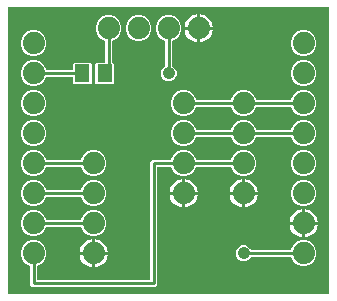
<source format=gbr>
G04 EAGLE Gerber X2 export*
%TF.Part,Single*%
%TF.FileFunction,Copper,L1,Top,Mixed*%
%TF.FilePolarity,Positive*%
%TF.GenerationSoftware,Autodesk,EAGLE,9.1.1*%
%TF.CreationDate,2018-08-03T17:53:41Z*%
G75*
%MOMM*%
%FSLAX34Y34*%
%LPD*%
%AMOC8*
5,1,8,0,0,1.08239X$1,22.5*%
G01*
%ADD10C,1.879600*%
%ADD11R,1.300000X1.500000*%
%ADD12C,0.254000*%
%ADD13C,1.050000*%

G36*
X274648Y3814D02*
X274648Y3814D01*
X274667Y3812D01*
X274769Y3834D01*
X274871Y3850D01*
X274888Y3860D01*
X274908Y3864D01*
X274997Y3917D01*
X275088Y3966D01*
X275102Y3980D01*
X275119Y3990D01*
X275186Y4069D01*
X275258Y4144D01*
X275266Y4162D01*
X275279Y4177D01*
X275318Y4273D01*
X275361Y4367D01*
X275363Y4387D01*
X275371Y4405D01*
X275389Y4572D01*
X275389Y246128D01*
X275386Y246148D01*
X275388Y246167D01*
X275366Y246269D01*
X275350Y246371D01*
X275340Y246388D01*
X275336Y246408D01*
X275283Y246497D01*
X275234Y246588D01*
X275220Y246602D01*
X275210Y246619D01*
X275131Y246686D01*
X275056Y246758D01*
X275038Y246766D01*
X275023Y246779D01*
X274927Y246818D01*
X274833Y246861D01*
X274813Y246863D01*
X274795Y246871D01*
X274628Y246889D01*
X4572Y246889D01*
X4552Y246886D01*
X4533Y246888D01*
X4431Y246866D01*
X4329Y246850D01*
X4312Y246840D01*
X4292Y246836D01*
X4203Y246783D01*
X4112Y246734D01*
X4098Y246720D01*
X4081Y246710D01*
X4014Y246631D01*
X3942Y246556D01*
X3934Y246538D01*
X3921Y246523D01*
X3882Y246427D01*
X3839Y246333D01*
X3837Y246313D01*
X3829Y246295D01*
X3811Y246128D01*
X3811Y4572D01*
X3814Y4552D01*
X3812Y4533D01*
X3834Y4431D01*
X3850Y4329D01*
X3860Y4312D01*
X3864Y4292D01*
X3917Y4203D01*
X3966Y4112D01*
X3980Y4098D01*
X3990Y4081D01*
X4069Y4014D01*
X4144Y3942D01*
X4162Y3934D01*
X4177Y3921D01*
X4273Y3882D01*
X4367Y3839D01*
X4387Y3837D01*
X4405Y3829D01*
X4572Y3811D01*
X274628Y3811D01*
X274648Y3814D01*
G37*
%LPC*%
G36*
X24242Y9905D02*
X24242Y9905D01*
X22605Y11542D01*
X22605Y26926D01*
X22586Y27041D01*
X22569Y27157D01*
X22567Y27163D01*
X22566Y27169D01*
X22511Y27272D01*
X22458Y27376D01*
X22453Y27381D01*
X22450Y27386D01*
X22366Y27466D01*
X22282Y27549D01*
X22276Y27552D01*
X22272Y27556D01*
X22255Y27564D01*
X22135Y27630D01*
X19213Y28840D01*
X16140Y31913D01*
X14477Y35927D01*
X14477Y40273D01*
X16140Y44287D01*
X19213Y47360D01*
X23227Y49023D01*
X27573Y49023D01*
X31587Y47360D01*
X34660Y44287D01*
X36323Y40273D01*
X36323Y35927D01*
X34660Y31913D01*
X31587Y28840D01*
X28665Y27630D01*
X28565Y27568D01*
X28465Y27508D01*
X28461Y27503D01*
X28456Y27500D01*
X28381Y27409D01*
X28305Y27321D01*
X28303Y27315D01*
X28299Y27311D01*
X28257Y27202D01*
X28213Y27093D01*
X28212Y27085D01*
X28211Y27081D01*
X28210Y27063D01*
X28195Y26926D01*
X28195Y16256D01*
X28198Y16236D01*
X28196Y16217D01*
X28218Y16115D01*
X28234Y16013D01*
X28244Y15996D01*
X28248Y15976D01*
X28301Y15887D01*
X28350Y15796D01*
X28364Y15782D01*
X28374Y15765D01*
X28453Y15698D01*
X28528Y15626D01*
X28546Y15618D01*
X28561Y15605D01*
X28657Y15566D01*
X28751Y15523D01*
X28771Y15521D01*
X28789Y15513D01*
X28956Y15495D01*
X123444Y15495D01*
X123464Y15498D01*
X123483Y15496D01*
X123585Y15518D01*
X123687Y15534D01*
X123704Y15544D01*
X123724Y15548D01*
X123813Y15601D01*
X123904Y15650D01*
X123918Y15664D01*
X123935Y15674D01*
X124002Y15753D01*
X124074Y15828D01*
X124082Y15846D01*
X124095Y15861D01*
X124134Y15957D01*
X124177Y16051D01*
X124179Y16071D01*
X124187Y16089D01*
X124205Y16256D01*
X124205Y115458D01*
X125842Y117095D01*
X141226Y117095D01*
X141341Y117114D01*
X141457Y117131D01*
X141463Y117133D01*
X141469Y117134D01*
X141572Y117189D01*
X141676Y117242D01*
X141681Y117247D01*
X141686Y117250D01*
X141766Y117334D01*
X141849Y117418D01*
X141852Y117424D01*
X141856Y117428D01*
X141864Y117445D01*
X141930Y117565D01*
X143140Y120487D01*
X146213Y123560D01*
X150227Y125223D01*
X154573Y125223D01*
X158587Y123560D01*
X161660Y120487D01*
X162870Y117565D01*
X162932Y117465D01*
X162992Y117365D01*
X162997Y117361D01*
X163000Y117356D01*
X163090Y117281D01*
X163179Y117205D01*
X163185Y117203D01*
X163189Y117199D01*
X163298Y117157D01*
X163407Y117113D01*
X163415Y117112D01*
X163419Y117111D01*
X163437Y117110D01*
X163574Y117095D01*
X192026Y117095D01*
X192141Y117114D01*
X192257Y117131D01*
X192263Y117133D01*
X192269Y117134D01*
X192372Y117189D01*
X192476Y117242D01*
X192481Y117247D01*
X192486Y117250D01*
X192566Y117334D01*
X192649Y117418D01*
X192652Y117424D01*
X192656Y117428D01*
X192664Y117445D01*
X192730Y117565D01*
X193940Y120487D01*
X197013Y123560D01*
X201027Y125223D01*
X205373Y125223D01*
X209387Y123560D01*
X212460Y120487D01*
X214123Y116473D01*
X214123Y112127D01*
X212460Y108113D01*
X209387Y105040D01*
X205373Y103377D01*
X201027Y103377D01*
X197013Y105040D01*
X193940Y108113D01*
X192730Y111035D01*
X192668Y111135D01*
X192608Y111235D01*
X192603Y111239D01*
X192600Y111244D01*
X192510Y111319D01*
X192421Y111395D01*
X192415Y111397D01*
X192411Y111401D01*
X192302Y111443D01*
X192193Y111487D01*
X192185Y111488D01*
X192181Y111489D01*
X192163Y111490D01*
X192026Y111505D01*
X163574Y111505D01*
X163459Y111486D01*
X163343Y111469D01*
X163337Y111467D01*
X163331Y111466D01*
X163228Y111411D01*
X163124Y111358D01*
X163119Y111353D01*
X163114Y111350D01*
X163034Y111266D01*
X162951Y111182D01*
X162948Y111176D01*
X162944Y111172D01*
X162936Y111155D01*
X162870Y111035D01*
X161660Y108113D01*
X158587Y105040D01*
X154573Y103377D01*
X150227Y103377D01*
X146213Y105040D01*
X143140Y108113D01*
X141930Y111035D01*
X141868Y111135D01*
X141808Y111235D01*
X141803Y111239D01*
X141800Y111244D01*
X141710Y111319D01*
X141621Y111395D01*
X141615Y111397D01*
X141611Y111401D01*
X141502Y111443D01*
X141393Y111487D01*
X141385Y111488D01*
X141381Y111489D01*
X141363Y111490D01*
X141226Y111505D01*
X130556Y111505D01*
X130536Y111502D01*
X130517Y111504D01*
X130415Y111482D01*
X130313Y111466D01*
X130296Y111456D01*
X130276Y111452D01*
X130187Y111399D01*
X130096Y111350D01*
X130082Y111336D01*
X130065Y111326D01*
X129998Y111247D01*
X129926Y111172D01*
X129918Y111154D01*
X129905Y111139D01*
X129866Y111043D01*
X129823Y110949D01*
X129821Y110929D01*
X129813Y110911D01*
X129795Y110744D01*
X129795Y11542D01*
X128158Y9905D01*
X24242Y9905D01*
G37*
%LPD*%
%LPC*%
G36*
X150227Y154177D02*
X150227Y154177D01*
X146213Y155840D01*
X143140Y158913D01*
X141477Y162927D01*
X141477Y167273D01*
X143140Y171287D01*
X146213Y174360D01*
X150227Y176023D01*
X154573Y176023D01*
X158587Y174360D01*
X161660Y171287D01*
X162870Y168365D01*
X162932Y168265D01*
X162992Y168165D01*
X162997Y168161D01*
X163000Y168156D01*
X163090Y168081D01*
X163179Y168005D01*
X163185Y168003D01*
X163189Y167999D01*
X163298Y167957D01*
X163407Y167913D01*
X163415Y167912D01*
X163419Y167911D01*
X163437Y167910D01*
X163574Y167895D01*
X192026Y167895D01*
X192141Y167914D01*
X192257Y167931D01*
X192263Y167933D01*
X192269Y167934D01*
X192372Y167989D01*
X192476Y168042D01*
X192481Y168047D01*
X192486Y168050D01*
X192566Y168134D01*
X192649Y168218D01*
X192652Y168224D01*
X192656Y168228D01*
X192664Y168245D01*
X192730Y168365D01*
X193940Y171287D01*
X197013Y174360D01*
X201027Y176023D01*
X205373Y176023D01*
X209387Y174360D01*
X212460Y171287D01*
X213670Y168365D01*
X213732Y168265D01*
X213792Y168165D01*
X213797Y168161D01*
X213800Y168156D01*
X213890Y168081D01*
X213979Y168005D01*
X213985Y168003D01*
X213989Y167999D01*
X214098Y167957D01*
X214207Y167913D01*
X214215Y167912D01*
X214219Y167911D01*
X214237Y167910D01*
X214374Y167895D01*
X242826Y167895D01*
X242941Y167914D01*
X243057Y167931D01*
X243063Y167933D01*
X243069Y167934D01*
X243172Y167989D01*
X243276Y168042D01*
X243281Y168047D01*
X243286Y168050D01*
X243366Y168134D01*
X243449Y168218D01*
X243452Y168224D01*
X243456Y168228D01*
X243464Y168245D01*
X243530Y168365D01*
X244740Y171287D01*
X247813Y174360D01*
X251827Y176023D01*
X256173Y176023D01*
X260187Y174360D01*
X263260Y171287D01*
X264923Y167273D01*
X264923Y162927D01*
X263260Y158913D01*
X260187Y155840D01*
X256173Y154177D01*
X251827Y154177D01*
X247813Y155840D01*
X244740Y158913D01*
X243530Y161835D01*
X243468Y161935D01*
X243408Y162035D01*
X243403Y162039D01*
X243400Y162044D01*
X243310Y162119D01*
X243221Y162195D01*
X243215Y162197D01*
X243211Y162201D01*
X243102Y162243D01*
X242993Y162287D01*
X242985Y162288D01*
X242981Y162289D01*
X242963Y162290D01*
X242826Y162305D01*
X214374Y162305D01*
X214259Y162286D01*
X214143Y162269D01*
X214137Y162267D01*
X214131Y162266D01*
X214028Y162211D01*
X213924Y162158D01*
X213919Y162153D01*
X213914Y162150D01*
X213834Y162066D01*
X213751Y161982D01*
X213748Y161976D01*
X213744Y161972D01*
X213736Y161955D01*
X213670Y161835D01*
X212460Y158913D01*
X209387Y155840D01*
X205373Y154177D01*
X201027Y154177D01*
X197013Y155840D01*
X193940Y158913D01*
X192730Y161835D01*
X192668Y161935D01*
X192608Y162035D01*
X192603Y162039D01*
X192600Y162044D01*
X192510Y162119D01*
X192421Y162195D01*
X192415Y162197D01*
X192411Y162201D01*
X192302Y162243D01*
X192193Y162287D01*
X192185Y162288D01*
X192181Y162289D01*
X192163Y162290D01*
X192026Y162305D01*
X163574Y162305D01*
X163459Y162286D01*
X163343Y162269D01*
X163337Y162267D01*
X163331Y162266D01*
X163228Y162211D01*
X163124Y162158D01*
X163119Y162153D01*
X163114Y162150D01*
X163034Y162066D01*
X162951Y161982D01*
X162948Y161976D01*
X162944Y161972D01*
X162936Y161955D01*
X162870Y161835D01*
X161660Y158913D01*
X158587Y155840D01*
X154573Y154177D01*
X150227Y154177D01*
G37*
%LPD*%
%LPC*%
G36*
X150227Y128777D02*
X150227Y128777D01*
X146213Y130440D01*
X143140Y133513D01*
X141477Y137527D01*
X141477Y141873D01*
X143140Y145887D01*
X146213Y148960D01*
X150227Y150623D01*
X154573Y150623D01*
X158587Y148960D01*
X161660Y145887D01*
X162870Y142965D01*
X162932Y142865D01*
X162992Y142765D01*
X162997Y142761D01*
X163000Y142756D01*
X163090Y142681D01*
X163179Y142605D01*
X163185Y142603D01*
X163189Y142599D01*
X163298Y142557D01*
X163407Y142513D01*
X163415Y142512D01*
X163419Y142511D01*
X163437Y142510D01*
X163574Y142495D01*
X192026Y142495D01*
X192141Y142514D01*
X192257Y142531D01*
X192263Y142533D01*
X192269Y142534D01*
X192372Y142589D01*
X192476Y142642D01*
X192481Y142647D01*
X192486Y142650D01*
X192566Y142734D01*
X192649Y142818D01*
X192652Y142824D01*
X192656Y142828D01*
X192664Y142845D01*
X192730Y142965D01*
X193940Y145887D01*
X197013Y148960D01*
X201027Y150623D01*
X205373Y150623D01*
X209387Y148960D01*
X212460Y145887D01*
X213670Y142965D01*
X213732Y142865D01*
X213792Y142765D01*
X213797Y142761D01*
X213800Y142756D01*
X213890Y142681D01*
X213979Y142605D01*
X213985Y142603D01*
X213989Y142599D01*
X214098Y142557D01*
X214207Y142513D01*
X214215Y142512D01*
X214219Y142511D01*
X214237Y142510D01*
X214374Y142495D01*
X242826Y142495D01*
X242941Y142514D01*
X243057Y142531D01*
X243063Y142533D01*
X243069Y142534D01*
X243172Y142589D01*
X243276Y142642D01*
X243281Y142647D01*
X243286Y142650D01*
X243366Y142734D01*
X243449Y142818D01*
X243452Y142824D01*
X243456Y142828D01*
X243464Y142845D01*
X243530Y142965D01*
X244740Y145887D01*
X247813Y148960D01*
X251827Y150623D01*
X256173Y150623D01*
X260187Y148960D01*
X263260Y145887D01*
X264923Y141873D01*
X264923Y137527D01*
X263260Y133513D01*
X260187Y130440D01*
X256173Y128777D01*
X251827Y128777D01*
X247813Y130440D01*
X244740Y133513D01*
X243530Y136435D01*
X243468Y136535D01*
X243408Y136635D01*
X243403Y136639D01*
X243400Y136644D01*
X243310Y136719D01*
X243221Y136795D01*
X243215Y136797D01*
X243211Y136801D01*
X243102Y136843D01*
X242993Y136887D01*
X242985Y136888D01*
X242981Y136889D01*
X242963Y136890D01*
X242826Y136905D01*
X214374Y136905D01*
X214259Y136886D01*
X214143Y136869D01*
X214137Y136867D01*
X214131Y136866D01*
X214028Y136811D01*
X213924Y136758D01*
X213919Y136753D01*
X213914Y136750D01*
X213834Y136666D01*
X213751Y136582D01*
X213748Y136576D01*
X213744Y136572D01*
X213736Y136555D01*
X213670Y136435D01*
X212460Y133513D01*
X209387Y130440D01*
X205373Y128777D01*
X201027Y128777D01*
X197013Y130440D01*
X193940Y133513D01*
X192730Y136435D01*
X192668Y136535D01*
X192608Y136635D01*
X192603Y136639D01*
X192600Y136644D01*
X192510Y136719D01*
X192421Y136795D01*
X192415Y136797D01*
X192411Y136801D01*
X192302Y136843D01*
X192193Y136887D01*
X192185Y136888D01*
X192181Y136889D01*
X192163Y136890D01*
X192026Y136905D01*
X163574Y136905D01*
X163459Y136886D01*
X163343Y136869D01*
X163337Y136867D01*
X163331Y136866D01*
X163228Y136811D01*
X163124Y136758D01*
X163119Y136753D01*
X163114Y136750D01*
X163034Y136666D01*
X162951Y136582D01*
X162948Y136576D01*
X162944Y136572D01*
X162936Y136555D01*
X162870Y136435D01*
X161660Y133513D01*
X158587Y130440D01*
X154573Y128777D01*
X150227Y128777D01*
G37*
%LPD*%
%LPC*%
G36*
X23227Y77977D02*
X23227Y77977D01*
X19213Y79640D01*
X16140Y82713D01*
X14477Y86727D01*
X14477Y91073D01*
X16140Y95087D01*
X19213Y98160D01*
X23227Y99823D01*
X27573Y99823D01*
X31587Y98160D01*
X34660Y95087D01*
X35870Y92165D01*
X35932Y92065D01*
X35992Y91965D01*
X35997Y91961D01*
X36000Y91956D01*
X36090Y91881D01*
X36179Y91805D01*
X36185Y91803D01*
X36189Y91799D01*
X36298Y91757D01*
X36407Y91713D01*
X36415Y91712D01*
X36419Y91711D01*
X36437Y91710D01*
X36574Y91695D01*
X65026Y91695D01*
X65141Y91714D01*
X65257Y91731D01*
X65263Y91733D01*
X65269Y91734D01*
X65372Y91789D01*
X65476Y91842D01*
X65481Y91847D01*
X65486Y91850D01*
X65566Y91934D01*
X65649Y92018D01*
X65652Y92024D01*
X65656Y92028D01*
X65664Y92045D01*
X65730Y92165D01*
X66940Y95087D01*
X70013Y98160D01*
X74027Y99823D01*
X78373Y99823D01*
X82387Y98160D01*
X85460Y95087D01*
X87123Y91073D01*
X87123Y86727D01*
X85460Y82713D01*
X82387Y79640D01*
X78373Y77977D01*
X74027Y77977D01*
X70013Y79640D01*
X66940Y82713D01*
X65730Y85635D01*
X65668Y85735D01*
X65608Y85835D01*
X65603Y85839D01*
X65600Y85844D01*
X65510Y85919D01*
X65421Y85995D01*
X65415Y85997D01*
X65410Y86001D01*
X65302Y86043D01*
X65193Y86087D01*
X65185Y86088D01*
X65181Y86089D01*
X65163Y86090D01*
X65026Y86105D01*
X36574Y86105D01*
X36459Y86086D01*
X36343Y86069D01*
X36337Y86067D01*
X36331Y86066D01*
X36228Y86011D01*
X36124Y85958D01*
X36119Y85953D01*
X36114Y85950D01*
X36034Y85866D01*
X35951Y85782D01*
X35948Y85776D01*
X35944Y85772D01*
X35936Y85755D01*
X35870Y85635D01*
X34660Y82713D01*
X31587Y79640D01*
X27573Y77977D01*
X23227Y77977D01*
G37*
%LPD*%
%LPC*%
G36*
X23227Y52577D02*
X23227Y52577D01*
X19213Y54240D01*
X16140Y57313D01*
X14477Y61327D01*
X14477Y65673D01*
X16140Y69687D01*
X19213Y72760D01*
X23227Y74423D01*
X27573Y74423D01*
X31587Y72760D01*
X34660Y69687D01*
X35870Y66765D01*
X35932Y66665D01*
X35992Y66565D01*
X35997Y66561D01*
X36000Y66556D01*
X36090Y66481D01*
X36179Y66405D01*
X36185Y66403D01*
X36189Y66399D01*
X36298Y66357D01*
X36407Y66313D01*
X36415Y66312D01*
X36419Y66311D01*
X36437Y66310D01*
X36574Y66295D01*
X65026Y66295D01*
X65141Y66314D01*
X65257Y66331D01*
X65263Y66333D01*
X65269Y66334D01*
X65372Y66389D01*
X65476Y66442D01*
X65481Y66447D01*
X65486Y66450D01*
X65566Y66534D01*
X65649Y66618D01*
X65652Y66624D01*
X65656Y66628D01*
X65664Y66645D01*
X65730Y66765D01*
X66940Y69687D01*
X70013Y72760D01*
X74027Y74423D01*
X78373Y74423D01*
X82387Y72760D01*
X85460Y69687D01*
X87123Y65673D01*
X87123Y61327D01*
X85460Y57313D01*
X82387Y54240D01*
X78373Y52577D01*
X74027Y52577D01*
X70013Y54240D01*
X66940Y57313D01*
X65730Y60235D01*
X65668Y60335D01*
X65608Y60435D01*
X65603Y60439D01*
X65600Y60444D01*
X65510Y60519D01*
X65421Y60595D01*
X65415Y60597D01*
X65410Y60601D01*
X65302Y60643D01*
X65193Y60687D01*
X65185Y60688D01*
X65181Y60689D01*
X65163Y60690D01*
X65026Y60705D01*
X36574Y60705D01*
X36459Y60686D01*
X36343Y60669D01*
X36337Y60667D01*
X36331Y60666D01*
X36228Y60611D01*
X36124Y60558D01*
X36119Y60553D01*
X36114Y60550D01*
X36034Y60466D01*
X35951Y60382D01*
X35948Y60376D01*
X35944Y60372D01*
X35936Y60355D01*
X35870Y60235D01*
X34660Y57313D01*
X31587Y54240D01*
X27573Y52577D01*
X23227Y52577D01*
G37*
%LPD*%
%LPC*%
G36*
X23227Y103377D02*
X23227Y103377D01*
X19213Y105040D01*
X16140Y108113D01*
X14477Y112127D01*
X14477Y116473D01*
X16140Y120487D01*
X19213Y123560D01*
X23227Y125223D01*
X27573Y125223D01*
X31587Y123560D01*
X34660Y120487D01*
X35870Y117565D01*
X35932Y117465D01*
X35992Y117365D01*
X35997Y117361D01*
X36000Y117356D01*
X36090Y117281D01*
X36179Y117205D01*
X36185Y117203D01*
X36189Y117199D01*
X36298Y117157D01*
X36407Y117113D01*
X36415Y117112D01*
X36419Y117111D01*
X36437Y117110D01*
X36574Y117095D01*
X65026Y117095D01*
X65141Y117114D01*
X65257Y117131D01*
X65263Y117133D01*
X65269Y117134D01*
X65372Y117189D01*
X65476Y117242D01*
X65481Y117247D01*
X65486Y117250D01*
X65566Y117334D01*
X65649Y117418D01*
X65652Y117424D01*
X65656Y117428D01*
X65664Y117445D01*
X65730Y117565D01*
X66940Y120487D01*
X70013Y123560D01*
X74027Y125223D01*
X78373Y125223D01*
X82387Y123560D01*
X85460Y120487D01*
X87123Y116473D01*
X87123Y112127D01*
X85460Y108113D01*
X82387Y105040D01*
X78373Y103377D01*
X74027Y103377D01*
X70013Y105040D01*
X66940Y108113D01*
X65730Y111035D01*
X65668Y111135D01*
X65608Y111235D01*
X65603Y111239D01*
X65600Y111244D01*
X65510Y111319D01*
X65421Y111395D01*
X65415Y111397D01*
X65411Y111401D01*
X65302Y111443D01*
X65193Y111487D01*
X65185Y111488D01*
X65181Y111489D01*
X65163Y111490D01*
X65026Y111505D01*
X36574Y111505D01*
X36459Y111486D01*
X36343Y111469D01*
X36337Y111467D01*
X36331Y111466D01*
X36228Y111411D01*
X36124Y111358D01*
X36119Y111353D01*
X36114Y111350D01*
X36034Y111266D01*
X35951Y111182D01*
X35948Y111176D01*
X35944Y111172D01*
X35936Y111155D01*
X35870Y111035D01*
X34660Y108113D01*
X31587Y105040D01*
X27573Y103377D01*
X23227Y103377D01*
G37*
%LPD*%
%LPC*%
G36*
X23227Y179577D02*
X23227Y179577D01*
X19213Y181240D01*
X16140Y184313D01*
X14477Y188327D01*
X14477Y192673D01*
X16140Y196687D01*
X19213Y199760D01*
X23227Y201423D01*
X27573Y201423D01*
X31587Y199760D01*
X34660Y196687D01*
X35870Y193765D01*
X35932Y193665D01*
X35992Y193565D01*
X35997Y193561D01*
X36000Y193556D01*
X36090Y193481D01*
X36179Y193405D01*
X36185Y193403D01*
X36189Y193399D01*
X36298Y193357D01*
X36407Y193313D01*
X36415Y193312D01*
X36419Y193311D01*
X36437Y193310D01*
X36574Y193295D01*
X57914Y193295D01*
X57934Y193298D01*
X57953Y193296D01*
X58055Y193318D01*
X58157Y193334D01*
X58174Y193344D01*
X58194Y193348D01*
X58283Y193401D01*
X58374Y193450D01*
X58388Y193464D01*
X58405Y193474D01*
X58472Y193553D01*
X58544Y193628D01*
X58552Y193646D01*
X58565Y193661D01*
X58604Y193757D01*
X58647Y193851D01*
X58649Y193871D01*
X58657Y193889D01*
X58675Y194056D01*
X58675Y198632D01*
X59568Y199525D01*
X73832Y199525D01*
X74725Y198632D01*
X74725Y182368D01*
X73832Y181475D01*
X59568Y181475D01*
X58675Y182368D01*
X58675Y186944D01*
X58672Y186964D01*
X58674Y186983D01*
X58652Y187085D01*
X58636Y187187D01*
X58626Y187204D01*
X58622Y187224D01*
X58569Y187313D01*
X58520Y187404D01*
X58506Y187418D01*
X58496Y187435D01*
X58417Y187502D01*
X58342Y187574D01*
X58324Y187582D01*
X58309Y187595D01*
X58213Y187634D01*
X58119Y187677D01*
X58099Y187679D01*
X58081Y187687D01*
X57914Y187705D01*
X36574Y187705D01*
X36459Y187686D01*
X36343Y187669D01*
X36337Y187667D01*
X36331Y187666D01*
X36228Y187611D01*
X36124Y187558D01*
X36119Y187553D01*
X36114Y187550D01*
X36034Y187466D01*
X35951Y187382D01*
X35948Y187376D01*
X35944Y187372D01*
X35936Y187355D01*
X35870Y187235D01*
X34660Y184313D01*
X31587Y181240D01*
X27573Y179577D01*
X23227Y179577D01*
G37*
%LPD*%
%LPC*%
G36*
X78568Y181475D02*
X78568Y181475D01*
X77675Y182368D01*
X77675Y198632D01*
X78568Y199525D01*
X85344Y199525D01*
X85364Y199528D01*
X85383Y199526D01*
X85485Y199548D01*
X85587Y199564D01*
X85604Y199574D01*
X85624Y199578D01*
X85713Y199631D01*
X85804Y199680D01*
X85818Y199694D01*
X85835Y199704D01*
X85902Y199783D01*
X85974Y199858D01*
X85982Y199876D01*
X85995Y199891D01*
X86034Y199987D01*
X86077Y200081D01*
X86079Y200101D01*
X86087Y200119D01*
X86105Y200286D01*
X86105Y217426D01*
X86086Y217541D01*
X86069Y217657D01*
X86067Y217663D01*
X86066Y217669D01*
X86011Y217772D01*
X85958Y217876D01*
X85953Y217881D01*
X85950Y217886D01*
X85866Y217966D01*
X85782Y218049D01*
X85776Y218052D01*
X85772Y218056D01*
X85755Y218064D01*
X85635Y218130D01*
X82713Y219340D01*
X79640Y222413D01*
X77977Y226427D01*
X77977Y230773D01*
X79640Y234787D01*
X82713Y237860D01*
X86727Y239523D01*
X91073Y239523D01*
X95087Y237860D01*
X98160Y234787D01*
X99823Y230773D01*
X99823Y226427D01*
X98160Y222413D01*
X95087Y219340D01*
X92165Y218130D01*
X92065Y218068D01*
X91965Y218008D01*
X91961Y218003D01*
X91956Y218000D01*
X91881Y217910D01*
X91805Y217821D01*
X91803Y217815D01*
X91799Y217811D01*
X91757Y217702D01*
X91713Y217593D01*
X91712Y217585D01*
X91711Y217581D01*
X91710Y217563D01*
X91695Y217426D01*
X91695Y200286D01*
X91698Y200266D01*
X91696Y200247D01*
X91718Y200145D01*
X91734Y200043D01*
X91744Y200026D01*
X91748Y200006D01*
X91801Y199917D01*
X91850Y199826D01*
X91864Y199812D01*
X91874Y199795D01*
X91953Y199728D01*
X92028Y199656D01*
X92046Y199648D01*
X92061Y199635D01*
X92157Y199596D01*
X92251Y199553D01*
X92271Y199551D01*
X92289Y199543D01*
X92456Y199525D01*
X92832Y199525D01*
X93725Y198632D01*
X93725Y182368D01*
X92832Y181475D01*
X78568Y181475D01*
G37*
%LPD*%
%LPC*%
G36*
X251827Y27177D02*
X251827Y27177D01*
X247813Y28840D01*
X244740Y31913D01*
X243530Y34835D01*
X243468Y34935D01*
X243408Y35035D01*
X243403Y35039D01*
X243400Y35044D01*
X243310Y35119D01*
X243221Y35195D01*
X243215Y35197D01*
X243211Y35201D01*
X243102Y35243D01*
X242993Y35287D01*
X242985Y35288D01*
X242981Y35289D01*
X242963Y35290D01*
X242826Y35305D01*
X209884Y35305D01*
X209769Y35286D01*
X209653Y35269D01*
X209647Y35267D01*
X209641Y35266D01*
X209539Y35211D01*
X209434Y35158D01*
X209429Y35153D01*
X209424Y35150D01*
X209344Y35066D01*
X209262Y34982D01*
X209258Y34976D01*
X209254Y34972D01*
X209247Y34955D01*
X209181Y34835D01*
X208943Y34262D01*
X207038Y32357D01*
X204548Y31325D01*
X201852Y31325D01*
X199362Y32357D01*
X197457Y34262D01*
X196425Y36752D01*
X196425Y39448D01*
X197457Y41938D01*
X199362Y43843D01*
X201852Y44875D01*
X204548Y44875D01*
X207038Y43843D01*
X208943Y41938D01*
X209181Y41365D01*
X209243Y41265D01*
X209302Y41165D01*
X209307Y41161D01*
X209310Y41156D01*
X209401Y41081D01*
X209489Y41005D01*
X209495Y41003D01*
X209500Y40999D01*
X209608Y40957D01*
X209717Y40913D01*
X209725Y40912D01*
X209729Y40911D01*
X209748Y40910D01*
X209884Y40895D01*
X242826Y40895D01*
X242941Y40914D01*
X243057Y40931D01*
X243063Y40933D01*
X243069Y40934D01*
X243172Y40989D01*
X243276Y41042D01*
X243281Y41047D01*
X243286Y41050D01*
X243366Y41134D01*
X243449Y41218D01*
X243452Y41224D01*
X243456Y41228D01*
X243464Y41245D01*
X243530Y41365D01*
X244740Y44287D01*
X247813Y47360D01*
X251827Y49023D01*
X256173Y49023D01*
X260187Y47360D01*
X263260Y44287D01*
X264923Y40273D01*
X264923Y35927D01*
X263260Y31913D01*
X260187Y28840D01*
X256173Y27177D01*
X251827Y27177D01*
G37*
%LPD*%
%LPC*%
G36*
X138352Y183725D02*
X138352Y183725D01*
X135862Y184757D01*
X133957Y186662D01*
X132925Y189152D01*
X132925Y191848D01*
X133957Y194338D01*
X135862Y196243D01*
X136435Y196481D01*
X136535Y196543D01*
X136635Y196602D01*
X136639Y196607D01*
X136644Y196610D01*
X136719Y196701D01*
X136795Y196789D01*
X136797Y196795D01*
X136801Y196800D01*
X136843Y196908D01*
X136887Y197017D01*
X136888Y197025D01*
X136889Y197029D01*
X136890Y197048D01*
X136905Y197184D01*
X136905Y217426D01*
X136886Y217541D01*
X136869Y217657D01*
X136867Y217663D01*
X136866Y217669D01*
X136811Y217772D01*
X136758Y217876D01*
X136753Y217881D01*
X136750Y217886D01*
X136666Y217966D01*
X136582Y218049D01*
X136576Y218052D01*
X136572Y218056D01*
X136555Y218064D01*
X136435Y218130D01*
X133513Y219340D01*
X130440Y222413D01*
X128777Y226427D01*
X128777Y230773D01*
X130440Y234787D01*
X133513Y237860D01*
X137527Y239523D01*
X141873Y239523D01*
X145887Y237860D01*
X148960Y234787D01*
X150623Y230773D01*
X150623Y226427D01*
X148960Y222413D01*
X145887Y219340D01*
X142965Y218130D01*
X142865Y218068D01*
X142765Y218008D01*
X142761Y218003D01*
X142756Y218000D01*
X142681Y217910D01*
X142605Y217821D01*
X142603Y217815D01*
X142599Y217811D01*
X142557Y217702D01*
X142513Y217593D01*
X142512Y217585D01*
X142511Y217581D01*
X142510Y217563D01*
X142495Y217426D01*
X142495Y197184D01*
X142514Y197069D01*
X142531Y196953D01*
X142533Y196947D01*
X142534Y196941D01*
X142589Y196839D01*
X142642Y196734D01*
X142647Y196729D01*
X142650Y196724D01*
X142734Y196644D01*
X142818Y196562D01*
X142824Y196558D01*
X142828Y196554D01*
X142845Y196547D01*
X142965Y196481D01*
X143538Y196243D01*
X145443Y194338D01*
X146475Y191848D01*
X146475Y189152D01*
X145443Y186662D01*
X143538Y184757D01*
X141048Y183725D01*
X138352Y183725D01*
G37*
%LPD*%
%LPC*%
G36*
X112127Y217677D02*
X112127Y217677D01*
X108113Y219340D01*
X105040Y222413D01*
X103377Y226427D01*
X103377Y230773D01*
X105040Y234787D01*
X108113Y237860D01*
X112127Y239523D01*
X116473Y239523D01*
X120487Y237860D01*
X123560Y234787D01*
X125223Y230773D01*
X125223Y226427D01*
X123560Y222413D01*
X120487Y219340D01*
X116473Y217677D01*
X112127Y217677D01*
G37*
%LPD*%
%LPC*%
G36*
X251827Y77977D02*
X251827Y77977D01*
X247813Y79640D01*
X244740Y82713D01*
X243077Y86727D01*
X243077Y91073D01*
X244740Y95087D01*
X247813Y98160D01*
X251827Y99823D01*
X256173Y99823D01*
X260187Y98160D01*
X263260Y95087D01*
X264923Y91073D01*
X264923Y86727D01*
X263260Y82713D01*
X260187Y79640D01*
X256173Y77977D01*
X251827Y77977D01*
G37*
%LPD*%
%LPC*%
G36*
X251827Y204977D02*
X251827Y204977D01*
X247813Y206640D01*
X244740Y209713D01*
X243077Y213727D01*
X243077Y218073D01*
X244740Y222087D01*
X247813Y225160D01*
X251827Y226823D01*
X256173Y226823D01*
X260187Y225160D01*
X263260Y222087D01*
X264923Y218073D01*
X264923Y213727D01*
X263260Y209713D01*
X260187Y206640D01*
X256173Y204977D01*
X251827Y204977D01*
G37*
%LPD*%
%LPC*%
G36*
X23227Y204977D02*
X23227Y204977D01*
X19213Y206640D01*
X16140Y209713D01*
X14477Y213727D01*
X14477Y218073D01*
X16140Y222087D01*
X19213Y225160D01*
X23227Y226823D01*
X27573Y226823D01*
X31587Y225160D01*
X34660Y222087D01*
X36323Y218073D01*
X36323Y213727D01*
X34660Y209713D01*
X31587Y206640D01*
X27573Y204977D01*
X23227Y204977D01*
G37*
%LPD*%
%LPC*%
G36*
X251827Y179577D02*
X251827Y179577D01*
X247813Y181240D01*
X244740Y184313D01*
X243077Y188327D01*
X243077Y192673D01*
X244740Y196687D01*
X247813Y199760D01*
X251827Y201423D01*
X256173Y201423D01*
X260187Y199760D01*
X263260Y196687D01*
X264923Y192673D01*
X264923Y188327D01*
X263260Y184313D01*
X260187Y181240D01*
X256173Y179577D01*
X251827Y179577D01*
G37*
%LPD*%
%LPC*%
G36*
X23227Y154177D02*
X23227Y154177D01*
X19213Y155840D01*
X16140Y158913D01*
X14477Y162927D01*
X14477Y167273D01*
X16140Y171287D01*
X19213Y174360D01*
X23227Y176023D01*
X27573Y176023D01*
X31587Y174360D01*
X34660Y171287D01*
X36323Y167273D01*
X36323Y162927D01*
X34660Y158913D01*
X31587Y155840D01*
X27573Y154177D01*
X23227Y154177D01*
G37*
%LPD*%
%LPC*%
G36*
X23227Y128777D02*
X23227Y128777D01*
X19213Y130440D01*
X16140Y133513D01*
X14477Y137527D01*
X14477Y141873D01*
X16140Y145887D01*
X19213Y148960D01*
X23227Y150623D01*
X27573Y150623D01*
X31587Y148960D01*
X34660Y145887D01*
X36323Y141873D01*
X36323Y137527D01*
X34660Y133513D01*
X31587Y130440D01*
X27573Y128777D01*
X23227Y128777D01*
G37*
%LPD*%
%LPC*%
G36*
X251827Y103377D02*
X251827Y103377D01*
X247813Y105040D01*
X244740Y108113D01*
X243077Y112127D01*
X243077Y116473D01*
X244740Y120487D01*
X247813Y123560D01*
X251827Y125223D01*
X256173Y125223D01*
X260187Y123560D01*
X263260Y120487D01*
X264923Y116473D01*
X264923Y112127D01*
X263260Y108113D01*
X260187Y105040D01*
X256173Y103377D01*
X251827Y103377D01*
G37*
%LPD*%
%LPC*%
G36*
X166623Y230123D02*
X166623Y230123D01*
X166623Y240446D01*
X167896Y240245D01*
X169683Y239664D01*
X171357Y238811D01*
X172878Y237706D01*
X174206Y236378D01*
X175311Y234857D01*
X176164Y233183D01*
X176745Y231396D01*
X176946Y230123D01*
X166623Y230123D01*
G37*
%LPD*%
%LPC*%
G36*
X204723Y90423D02*
X204723Y90423D01*
X204723Y100746D01*
X205996Y100545D01*
X207783Y99964D01*
X209457Y99111D01*
X210978Y98006D01*
X212306Y96678D01*
X213411Y95157D01*
X214264Y93483D01*
X214845Y91696D01*
X215046Y90423D01*
X204723Y90423D01*
G37*
%LPD*%
%LPC*%
G36*
X153923Y90423D02*
X153923Y90423D01*
X153923Y100746D01*
X155196Y100545D01*
X156983Y99964D01*
X158657Y99111D01*
X160178Y98006D01*
X161506Y96678D01*
X162611Y95157D01*
X163464Y93483D01*
X164045Y91696D01*
X164246Y90423D01*
X153923Y90423D01*
G37*
%LPD*%
%LPC*%
G36*
X255523Y65023D02*
X255523Y65023D01*
X255523Y75346D01*
X256796Y75145D01*
X258583Y74564D01*
X260257Y73711D01*
X261778Y72606D01*
X263106Y71278D01*
X264211Y69757D01*
X265064Y68083D01*
X265645Y66296D01*
X265846Y65023D01*
X255523Y65023D01*
G37*
%LPD*%
%LPC*%
G36*
X77723Y39623D02*
X77723Y39623D01*
X77723Y49946D01*
X78996Y49745D01*
X80783Y49164D01*
X82457Y48311D01*
X83978Y47206D01*
X85306Y45878D01*
X86411Y44357D01*
X87264Y42683D01*
X87845Y40896D01*
X88046Y39623D01*
X77723Y39623D01*
G37*
%LPD*%
%LPC*%
G36*
X166623Y227077D02*
X166623Y227077D01*
X176946Y227077D01*
X176745Y225804D01*
X176164Y224017D01*
X175311Y222343D01*
X174206Y220822D01*
X172878Y219494D01*
X171357Y218389D01*
X169683Y217536D01*
X167896Y216955D01*
X166623Y216754D01*
X166623Y227077D01*
G37*
%LPD*%
%LPC*%
G36*
X204723Y87377D02*
X204723Y87377D01*
X215046Y87377D01*
X214845Y86104D01*
X214264Y84317D01*
X213411Y82643D01*
X212306Y81122D01*
X210978Y79794D01*
X209457Y78689D01*
X207783Y77836D01*
X205996Y77255D01*
X204723Y77054D01*
X204723Y87377D01*
G37*
%LPD*%
%LPC*%
G36*
X153254Y230123D02*
X153254Y230123D01*
X153455Y231396D01*
X154036Y233183D01*
X154889Y234857D01*
X155994Y236378D01*
X157322Y237706D01*
X158843Y238811D01*
X160517Y239664D01*
X162304Y240245D01*
X163577Y240446D01*
X163577Y230123D01*
X153254Y230123D01*
G37*
%LPD*%
%LPC*%
G36*
X140554Y90423D02*
X140554Y90423D01*
X140755Y91696D01*
X141336Y93483D01*
X142189Y95157D01*
X143294Y96678D01*
X144622Y98006D01*
X146143Y99111D01*
X147817Y99964D01*
X149604Y100545D01*
X150877Y100746D01*
X150877Y90423D01*
X140554Y90423D01*
G37*
%LPD*%
%LPC*%
G36*
X191354Y90423D02*
X191354Y90423D01*
X191555Y91696D01*
X192136Y93483D01*
X192989Y95157D01*
X194094Y96678D01*
X195422Y98006D01*
X196943Y99111D01*
X198617Y99964D01*
X200404Y100545D01*
X201677Y100746D01*
X201677Y90423D01*
X191354Y90423D01*
G37*
%LPD*%
%LPC*%
G36*
X255523Y61977D02*
X255523Y61977D01*
X265846Y61977D01*
X265645Y60704D01*
X265064Y58917D01*
X264211Y57243D01*
X263106Y55722D01*
X261778Y54394D01*
X260257Y53289D01*
X258583Y52436D01*
X256796Y51855D01*
X255523Y51654D01*
X255523Y61977D01*
G37*
%LPD*%
%LPC*%
G36*
X242154Y65023D02*
X242154Y65023D01*
X242355Y66296D01*
X242936Y68083D01*
X243789Y69757D01*
X244894Y71278D01*
X246222Y72606D01*
X247743Y73711D01*
X249417Y74564D01*
X251204Y75145D01*
X252477Y75346D01*
X252477Y65023D01*
X242154Y65023D01*
G37*
%LPD*%
%LPC*%
G36*
X64354Y39623D02*
X64354Y39623D01*
X64555Y40896D01*
X65136Y42683D01*
X65989Y44357D01*
X67094Y45878D01*
X68422Y47206D01*
X69943Y48311D01*
X71617Y49164D01*
X73404Y49745D01*
X74677Y49946D01*
X74677Y39623D01*
X64354Y39623D01*
G37*
%LPD*%
%LPC*%
G36*
X153923Y87377D02*
X153923Y87377D01*
X164246Y87377D01*
X164045Y86104D01*
X163464Y84317D01*
X162611Y82643D01*
X161506Y81122D01*
X160178Y79794D01*
X158657Y78689D01*
X156983Y77836D01*
X155196Y77255D01*
X153923Y77054D01*
X153923Y87377D01*
G37*
%LPD*%
%LPC*%
G36*
X77723Y36577D02*
X77723Y36577D01*
X88046Y36577D01*
X87845Y35304D01*
X87264Y33517D01*
X86411Y31843D01*
X85306Y30322D01*
X83978Y28994D01*
X82457Y27889D01*
X80783Y27036D01*
X78996Y26455D01*
X77723Y26254D01*
X77723Y36577D01*
G37*
%LPD*%
%LPC*%
G36*
X162304Y216955D02*
X162304Y216955D01*
X160517Y217536D01*
X158843Y218389D01*
X157322Y219494D01*
X155994Y220822D01*
X154889Y222343D01*
X154036Y224017D01*
X153455Y225804D01*
X153254Y227077D01*
X163577Y227077D01*
X163577Y216754D01*
X162304Y216955D01*
G37*
%LPD*%
%LPC*%
G36*
X149604Y77255D02*
X149604Y77255D01*
X147817Y77836D01*
X146143Y78689D01*
X144622Y79794D01*
X143294Y81122D01*
X142189Y82643D01*
X141336Y84317D01*
X140755Y86104D01*
X140554Y87377D01*
X150877Y87377D01*
X150877Y77054D01*
X149604Y77255D01*
G37*
%LPD*%
%LPC*%
G36*
X251204Y51855D02*
X251204Y51855D01*
X249417Y52436D01*
X247743Y53289D01*
X246222Y54394D01*
X244894Y55722D01*
X243789Y57243D01*
X242936Y58917D01*
X242355Y60704D01*
X242154Y61977D01*
X252477Y61977D01*
X252477Y51654D01*
X251204Y51855D01*
G37*
%LPD*%
%LPC*%
G36*
X200404Y77255D02*
X200404Y77255D01*
X198617Y77836D01*
X196943Y78689D01*
X195422Y79794D01*
X194094Y81122D01*
X192989Y82643D01*
X192136Y84317D01*
X191555Y86104D01*
X191354Y87377D01*
X201677Y87377D01*
X201677Y77054D01*
X200404Y77255D01*
G37*
%LPD*%
%LPC*%
G36*
X73404Y26455D02*
X73404Y26455D01*
X71617Y27036D01*
X69943Y27889D01*
X68422Y28994D01*
X67094Y30322D01*
X65989Y31843D01*
X65136Y33517D01*
X64555Y35304D01*
X64354Y36577D01*
X74677Y36577D01*
X74677Y26254D01*
X73404Y26455D01*
G37*
%LPD*%
%LPC*%
G36*
X253999Y63499D02*
X253999Y63499D01*
X253999Y63501D01*
X254001Y63501D01*
X254001Y63499D01*
X253999Y63499D01*
G37*
%LPD*%
%LPC*%
G36*
X165099Y228599D02*
X165099Y228599D01*
X165099Y228601D01*
X165101Y228601D01*
X165101Y228599D01*
X165099Y228599D01*
G37*
%LPD*%
%LPC*%
G36*
X203199Y88899D02*
X203199Y88899D01*
X203199Y88901D01*
X203201Y88901D01*
X203201Y88899D01*
X203199Y88899D01*
G37*
%LPD*%
%LPC*%
G36*
X76199Y38099D02*
X76199Y38099D01*
X76199Y38101D01*
X76201Y38101D01*
X76201Y38099D01*
X76199Y38099D01*
G37*
%LPD*%
%LPC*%
G36*
X152399Y88899D02*
X152399Y88899D01*
X152399Y88901D01*
X152401Y88901D01*
X152401Y88899D01*
X152399Y88899D01*
G37*
%LPD*%
D10*
X203200Y165100D03*
X203200Y139700D03*
X203200Y114300D03*
X203200Y88900D03*
X165100Y228600D03*
X139700Y228600D03*
X114300Y228600D03*
X88900Y228600D03*
X152400Y165100D03*
X152400Y139700D03*
X152400Y114300D03*
X152400Y88900D03*
D11*
X85700Y190500D03*
X66700Y190500D03*
D10*
X76200Y38100D03*
X76200Y63500D03*
X76200Y88900D03*
X76200Y114300D03*
X254000Y38100D03*
X254000Y63500D03*
X254000Y88900D03*
X254000Y114300D03*
X254000Y139700D03*
X254000Y165100D03*
X254000Y190500D03*
X254000Y215900D03*
X25400Y215900D03*
X25400Y190500D03*
X25400Y165100D03*
X25400Y139700D03*
X25400Y114300D03*
X25400Y88900D03*
X25400Y63500D03*
X25400Y38100D03*
D12*
X203200Y165100D02*
X254000Y165100D01*
X203200Y165100D02*
X152400Y165100D01*
X203200Y139700D02*
X254000Y139700D01*
X203200Y139700D02*
X152400Y139700D01*
X66700Y190500D02*
X25400Y190500D01*
X85700Y190500D02*
X85812Y190502D01*
X85923Y190508D01*
X86034Y190518D01*
X86145Y190531D01*
X86256Y190549D01*
X86365Y190570D01*
X86474Y190595D01*
X86582Y190624D01*
X86689Y190657D01*
X86794Y190693D01*
X86899Y190733D01*
X87002Y190777D01*
X87103Y190824D01*
X87202Y190875D01*
X87300Y190929D01*
X87396Y190986D01*
X87489Y191047D01*
X87581Y191111D01*
X87670Y191178D01*
X87757Y191249D01*
X87841Y191322D01*
X87923Y191398D01*
X88002Y191477D01*
X88078Y191559D01*
X88151Y191643D01*
X88222Y191730D01*
X88289Y191819D01*
X88353Y191911D01*
X88414Y192004D01*
X88471Y192100D01*
X88525Y192198D01*
X88576Y192297D01*
X88623Y192398D01*
X88667Y192501D01*
X88707Y192606D01*
X88743Y192711D01*
X88776Y192818D01*
X88805Y192926D01*
X88830Y193035D01*
X88851Y193144D01*
X88869Y193255D01*
X88882Y193366D01*
X88892Y193477D01*
X88898Y193588D01*
X88900Y193700D01*
X88900Y228600D01*
X203200Y38100D02*
X254000Y38100D01*
D13*
X203200Y38100D03*
X139700Y190500D03*
D12*
X139700Y228600D01*
X152400Y114300D02*
X203200Y114300D01*
X25400Y38100D02*
X25400Y12700D01*
X127000Y12700D01*
X127000Y114300D01*
X152400Y114300D01*
X76200Y63500D02*
X25400Y63500D01*
X25400Y88900D02*
X76200Y88900D01*
X76200Y114300D02*
X25400Y114300D01*
M02*

</source>
